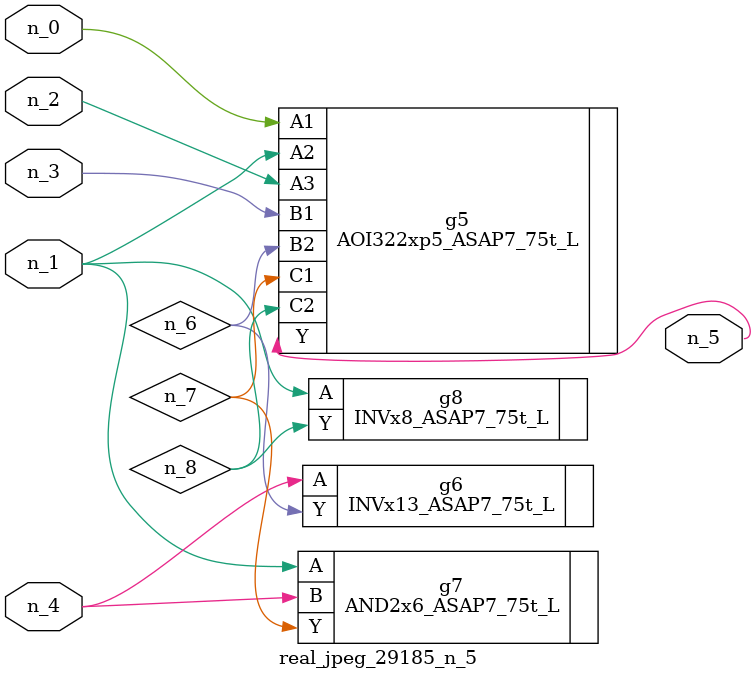
<source format=v>
module real_jpeg_29185_n_5 (n_4, n_0, n_1, n_2, n_3, n_5);

input n_4;
input n_0;
input n_1;
input n_2;
input n_3;

output n_5;

wire n_8;
wire n_6;
wire n_7;

AOI322xp5_ASAP7_75t_L g5 ( 
.A1(n_0),
.A2(n_1),
.A3(n_2),
.B1(n_3),
.B2(n_6),
.C1(n_7),
.C2(n_8),
.Y(n_5)
);

AND2x6_ASAP7_75t_L g7 ( 
.A(n_1),
.B(n_4),
.Y(n_7)
);

INVx8_ASAP7_75t_L g8 ( 
.A(n_1),
.Y(n_8)
);

INVx13_ASAP7_75t_L g6 ( 
.A(n_4),
.Y(n_6)
);


endmodule
</source>
